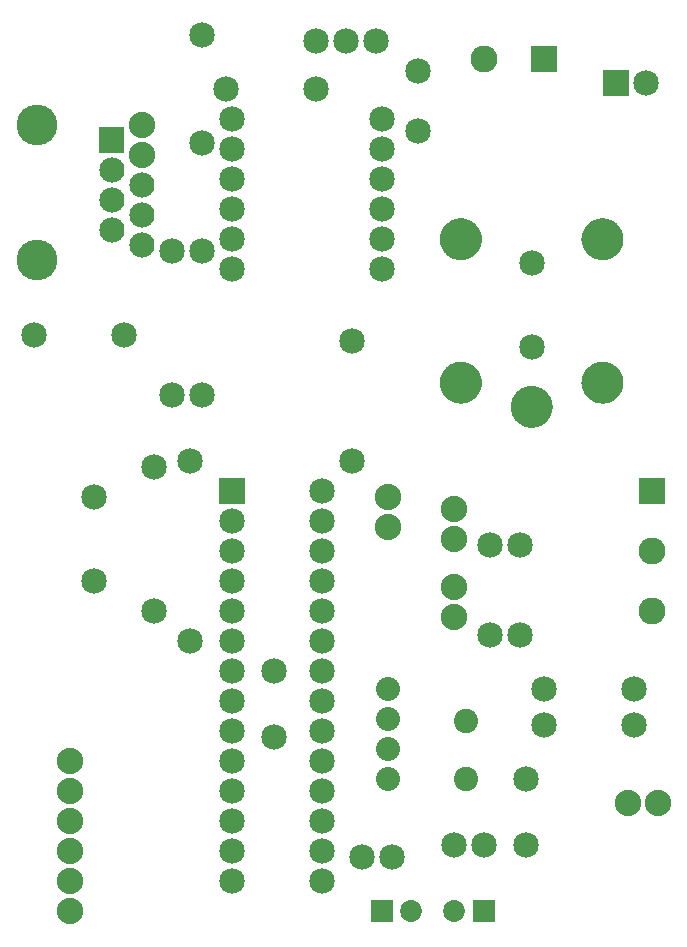
<source format=gts>
G04 MADE WITH FRITZING*
G04 WWW.FRITZING.ORG*
G04 DOUBLE SIDED*
G04 HOLES PLATED*
G04 CONTOUR ON CENTER OF CONTOUR VECTOR*
%ASAXBY*%
%FSLAX23Y23*%
%MOIN*%
%OFA0B0*%
%SFA1.0B1.0*%
%ADD10C,0.085000*%
%ADD11C,0.084000*%
%ADD12C,0.135984*%
%ADD13C,0.088000*%
%ADD14C,0.090000*%
%ADD15C,0.080925*%
%ADD16C,0.080866*%
%ADD17C,0.080000*%
%ADD18C,0.072992*%
%ADD19R,0.090000X0.090000*%
%ADD20R,0.085000X0.085000*%
%ADD21R,0.072992X0.072992*%
%ADD22R,0.001000X0.001000*%
%LNMASK1*%
G90*
G70*
G54D10*
X742Y2823D03*
X1242Y2823D03*
X742Y2323D03*
X1242Y2323D03*
X742Y2423D03*
X1242Y2423D03*
X742Y2523D03*
X1242Y2523D03*
X742Y2623D03*
X1242Y2623D03*
X742Y2723D03*
X1242Y2723D03*
G54D11*
X442Y2403D03*
X342Y2453D03*
X442Y2503D03*
X442Y2603D03*
X442Y2703D03*
X342Y2553D03*
X342Y2653D03*
X342Y2753D03*
G54D12*
X92Y2803D03*
X92Y2353D03*
G54D13*
X442Y2803D03*
X442Y2703D03*
G54D10*
X602Y1683D03*
X602Y1083D03*
X482Y1663D03*
X482Y1183D03*
X282Y1563D03*
X282Y1283D03*
X642Y3103D03*
X642Y2743D03*
X542Y2383D03*
X542Y1903D03*
X642Y2383D03*
X642Y1903D03*
X82Y2103D03*
X382Y2103D03*
X1022Y3083D03*
X1122Y3083D03*
X1222Y3083D03*
G54D14*
X1782Y3023D03*
X1582Y3023D03*
G54D10*
X1722Y623D03*
X1722Y403D03*
X882Y983D03*
X882Y763D03*
X1362Y2983D03*
X1362Y2783D03*
G54D13*
X202Y183D03*
X202Y283D03*
X202Y383D03*
X202Y483D03*
X202Y583D03*
X202Y683D03*
G54D15*
X1522Y623D03*
G54D16*
X1522Y816D03*
G54D17*
X1262Y723D03*
X1262Y623D03*
X1262Y923D03*
X1262Y823D03*
G54D10*
X2022Y2943D03*
X2122Y2943D03*
G54D18*
X1242Y183D03*
X1341Y183D03*
G54D10*
X1277Y363D03*
X1177Y363D03*
X1582Y403D03*
X1482Y403D03*
X1602Y1403D03*
X1602Y1103D03*
X1702Y1403D03*
X1702Y1103D03*
X1142Y2083D03*
X1142Y1683D03*
X722Y2923D03*
X1022Y2923D03*
G54D14*
X2142Y1583D03*
X2142Y1383D03*
X2142Y1183D03*
G54D18*
X1582Y183D03*
X1484Y183D03*
G54D10*
X742Y1583D03*
X1042Y1583D03*
X742Y1483D03*
X1042Y1483D03*
X742Y1383D03*
X1042Y1383D03*
X742Y1283D03*
X1042Y1283D03*
X742Y1183D03*
X1042Y1183D03*
X742Y1083D03*
X1042Y1083D03*
X742Y983D03*
X1042Y983D03*
X742Y883D03*
X1042Y883D03*
X742Y783D03*
X1042Y783D03*
X742Y683D03*
X1042Y683D03*
X742Y583D03*
X1042Y583D03*
X742Y483D03*
X1042Y483D03*
X742Y383D03*
X1042Y383D03*
X742Y283D03*
X1042Y283D03*
G54D13*
X1482Y1263D03*
X1482Y1163D03*
X1482Y1523D03*
X1482Y1423D03*
G54D10*
X1742Y2343D03*
X1742Y2063D03*
G54D13*
X1262Y1563D03*
X1262Y1463D03*
X2162Y543D03*
X2062Y543D03*
G54D10*
X1782Y803D03*
X2082Y803D03*
X1782Y923D03*
X2082Y923D03*
G54D19*
X1782Y3023D03*
G54D20*
X2022Y2943D03*
G54D21*
X1242Y183D03*
G54D19*
X2142Y1583D03*
G54D21*
X1582Y183D03*
G54D20*
X742Y1583D03*
G54D22*
X300Y2795D02*
X383Y2795D01*
X300Y2794D02*
X383Y2794D01*
X300Y2793D02*
X383Y2793D01*
X300Y2792D02*
X383Y2792D01*
X300Y2791D02*
X383Y2791D01*
X300Y2790D02*
X383Y2790D01*
X300Y2789D02*
X383Y2789D01*
X300Y2788D02*
X383Y2788D01*
X300Y2787D02*
X383Y2787D01*
X300Y2786D02*
X383Y2786D01*
X300Y2785D02*
X383Y2785D01*
X300Y2784D02*
X383Y2784D01*
X300Y2783D02*
X383Y2783D01*
X300Y2782D02*
X383Y2782D01*
X300Y2781D02*
X383Y2781D01*
X300Y2780D02*
X383Y2780D01*
X300Y2779D02*
X383Y2779D01*
X300Y2778D02*
X383Y2778D01*
X300Y2777D02*
X383Y2777D01*
X300Y2776D02*
X383Y2776D01*
X300Y2775D02*
X383Y2775D01*
X300Y2774D02*
X383Y2774D01*
X300Y2773D02*
X383Y2773D01*
X300Y2772D02*
X383Y2772D01*
X300Y2771D02*
X383Y2771D01*
X300Y2770D02*
X383Y2770D01*
X300Y2769D02*
X383Y2769D01*
X300Y2768D02*
X338Y2768D01*
X345Y2768D02*
X383Y2768D01*
X300Y2767D02*
X335Y2767D01*
X348Y2767D02*
X383Y2767D01*
X300Y2766D02*
X333Y2766D01*
X350Y2766D02*
X383Y2766D01*
X300Y2765D02*
X332Y2765D01*
X351Y2765D02*
X383Y2765D01*
X300Y2764D02*
X331Y2764D01*
X353Y2764D02*
X383Y2764D01*
X300Y2763D02*
X330Y2763D01*
X353Y2763D02*
X383Y2763D01*
X300Y2762D02*
X329Y2762D01*
X354Y2762D02*
X383Y2762D01*
X300Y2761D02*
X328Y2761D01*
X355Y2761D02*
X383Y2761D01*
X300Y2760D02*
X328Y2760D01*
X355Y2760D02*
X383Y2760D01*
X300Y2759D02*
X327Y2759D01*
X356Y2759D02*
X383Y2759D01*
X300Y2758D02*
X327Y2758D01*
X356Y2758D02*
X383Y2758D01*
X300Y2757D02*
X327Y2757D01*
X357Y2757D02*
X383Y2757D01*
X300Y2756D02*
X327Y2756D01*
X357Y2756D02*
X383Y2756D01*
X300Y2755D02*
X327Y2755D01*
X357Y2755D02*
X383Y2755D01*
X300Y2754D02*
X327Y2754D01*
X357Y2754D02*
X383Y2754D01*
X300Y2753D02*
X327Y2753D01*
X357Y2753D02*
X383Y2753D01*
X300Y2752D02*
X327Y2752D01*
X357Y2752D02*
X383Y2752D01*
X300Y2751D02*
X327Y2751D01*
X357Y2751D02*
X383Y2751D01*
X300Y2750D02*
X327Y2750D01*
X356Y2750D02*
X383Y2750D01*
X300Y2749D02*
X327Y2749D01*
X356Y2749D02*
X383Y2749D01*
X300Y2748D02*
X328Y2748D01*
X356Y2748D02*
X383Y2748D01*
X300Y2747D02*
X328Y2747D01*
X355Y2747D02*
X383Y2747D01*
X300Y2746D02*
X329Y2746D01*
X355Y2746D02*
X383Y2746D01*
X300Y2745D02*
X329Y2745D01*
X354Y2745D02*
X383Y2745D01*
X300Y2744D02*
X330Y2744D01*
X353Y2744D02*
X383Y2744D01*
X300Y2743D02*
X331Y2743D01*
X352Y2743D02*
X383Y2743D01*
X300Y2742D02*
X332Y2742D01*
X351Y2742D02*
X383Y2742D01*
X300Y2741D02*
X334Y2741D01*
X350Y2741D02*
X383Y2741D01*
X300Y2740D02*
X336Y2740D01*
X348Y2740D02*
X383Y2740D01*
X300Y2739D02*
X340Y2739D01*
X343Y2739D02*
X383Y2739D01*
X300Y2738D02*
X383Y2738D01*
X300Y2737D02*
X383Y2737D01*
X300Y2736D02*
X383Y2736D01*
X300Y2735D02*
X383Y2735D01*
X300Y2734D02*
X383Y2734D01*
X300Y2733D02*
X383Y2733D01*
X300Y2732D02*
X383Y2732D01*
X300Y2731D02*
X383Y2731D01*
X300Y2730D02*
X383Y2730D01*
X300Y2729D02*
X383Y2729D01*
X300Y2728D02*
X383Y2728D01*
X300Y2727D02*
X383Y2727D01*
X300Y2726D02*
X383Y2726D01*
X300Y2725D02*
X383Y2725D01*
X300Y2724D02*
X383Y2724D01*
X300Y2723D02*
X383Y2723D01*
X300Y2722D02*
X383Y2722D01*
X300Y2721D02*
X383Y2721D01*
X300Y2720D02*
X383Y2720D01*
X300Y2719D02*
X383Y2719D01*
X300Y2718D02*
X383Y2718D01*
X300Y2717D02*
X383Y2717D01*
X300Y2716D02*
X383Y2716D01*
X300Y2715D02*
X383Y2715D01*
X300Y2714D02*
X383Y2714D01*
X300Y2713D02*
X383Y2713D01*
X300Y2712D02*
X383Y2712D01*
X1497Y2492D02*
X1514Y2492D01*
X1969Y2492D02*
X1986Y2492D01*
X1491Y2491D02*
X1520Y2491D01*
X1964Y2491D02*
X1992Y2491D01*
X1487Y2490D02*
X1523Y2490D01*
X1960Y2490D02*
X1996Y2490D01*
X1484Y2489D02*
X1527Y2489D01*
X1956Y2489D02*
X1999Y2489D01*
X1481Y2488D02*
X1530Y2488D01*
X1953Y2488D02*
X2002Y2488D01*
X1478Y2487D02*
X1532Y2487D01*
X1951Y2487D02*
X2005Y2487D01*
X1476Y2486D02*
X1535Y2486D01*
X1949Y2486D02*
X2007Y2486D01*
X1474Y2485D02*
X1537Y2485D01*
X1947Y2485D02*
X2009Y2485D01*
X1472Y2484D02*
X1538Y2484D01*
X1945Y2484D02*
X2011Y2484D01*
X1471Y2483D02*
X1540Y2483D01*
X1943Y2483D02*
X2012Y2483D01*
X1469Y2482D02*
X1542Y2482D01*
X1941Y2482D02*
X2014Y2482D01*
X1467Y2481D02*
X1543Y2481D01*
X1940Y2481D02*
X2016Y2481D01*
X1466Y2480D02*
X1545Y2480D01*
X1938Y2480D02*
X2017Y2480D01*
X1465Y2479D02*
X1546Y2479D01*
X1937Y2479D02*
X2019Y2479D01*
X1463Y2478D02*
X1547Y2478D01*
X1936Y2478D02*
X2020Y2478D01*
X1462Y2477D02*
X1549Y2477D01*
X1934Y2477D02*
X2021Y2477D01*
X1461Y2476D02*
X1550Y2476D01*
X1933Y2476D02*
X2022Y2476D01*
X1460Y2475D02*
X1551Y2475D01*
X1932Y2475D02*
X2024Y2475D01*
X1458Y2474D02*
X1552Y2474D01*
X1931Y2474D02*
X2025Y2474D01*
X1457Y2473D02*
X1553Y2473D01*
X1930Y2473D02*
X2026Y2473D01*
X1456Y2472D02*
X1555Y2472D01*
X1929Y2472D02*
X2027Y2472D01*
X1455Y2471D02*
X1555Y2471D01*
X1928Y2471D02*
X2028Y2471D01*
X1454Y2470D02*
X1556Y2470D01*
X1927Y2470D02*
X2029Y2470D01*
X1454Y2469D02*
X1557Y2469D01*
X1926Y2469D02*
X2030Y2469D01*
X1453Y2468D02*
X1558Y2468D01*
X1925Y2468D02*
X2030Y2468D01*
X1452Y2467D02*
X1559Y2467D01*
X1924Y2467D02*
X2031Y2467D01*
X1451Y2466D02*
X1560Y2466D01*
X1923Y2466D02*
X2032Y2466D01*
X1450Y2465D02*
X1560Y2465D01*
X1923Y2465D02*
X2033Y2465D01*
X1450Y2464D02*
X1561Y2464D01*
X1922Y2464D02*
X2033Y2464D01*
X1449Y2463D02*
X1562Y2463D01*
X1921Y2463D02*
X2034Y2463D01*
X1448Y2462D02*
X1563Y2462D01*
X1920Y2462D02*
X2035Y2462D01*
X1447Y2461D02*
X1563Y2461D01*
X1920Y2461D02*
X2036Y2461D01*
X1447Y2460D02*
X1564Y2460D01*
X1919Y2460D02*
X2036Y2460D01*
X1446Y2459D02*
X1564Y2459D01*
X1919Y2459D02*
X2037Y2459D01*
X1446Y2458D02*
X1565Y2458D01*
X1918Y2458D02*
X2037Y2458D01*
X1445Y2457D02*
X1566Y2457D01*
X1917Y2457D02*
X2038Y2457D01*
X1444Y2456D02*
X1566Y2456D01*
X1917Y2456D02*
X2039Y2456D01*
X1444Y2455D02*
X1567Y2455D01*
X1916Y2455D02*
X2039Y2455D01*
X1443Y2454D02*
X1567Y2454D01*
X1916Y2454D02*
X2040Y2454D01*
X1443Y2453D02*
X1568Y2453D01*
X1915Y2453D02*
X2040Y2453D01*
X1442Y2452D02*
X1568Y2452D01*
X1915Y2452D02*
X2041Y2452D01*
X1442Y2451D02*
X1569Y2451D01*
X1914Y2451D02*
X2041Y2451D01*
X1441Y2450D02*
X1569Y2450D01*
X1914Y2450D02*
X2042Y2450D01*
X1441Y2449D02*
X1570Y2449D01*
X1913Y2449D02*
X2042Y2449D01*
X1441Y2448D02*
X1570Y2448D01*
X1913Y2448D02*
X2042Y2448D01*
X1440Y2447D02*
X1570Y2447D01*
X1913Y2447D02*
X2043Y2447D01*
X1440Y2446D02*
X1571Y2446D01*
X1912Y2446D02*
X2043Y2446D01*
X1440Y2445D02*
X1571Y2445D01*
X1912Y2445D02*
X2043Y2445D01*
X1439Y2444D02*
X1571Y2444D01*
X1912Y2444D02*
X2044Y2444D01*
X1439Y2443D02*
X1572Y2443D01*
X1911Y2443D02*
X2044Y2443D01*
X1439Y2442D02*
X1572Y2442D01*
X1911Y2442D02*
X2044Y2442D01*
X1439Y2441D02*
X1572Y2441D01*
X1911Y2441D02*
X2045Y2441D01*
X1438Y2440D02*
X1572Y2440D01*
X1911Y2440D02*
X2045Y2440D01*
X1438Y2439D02*
X1573Y2439D01*
X1910Y2439D02*
X2045Y2439D01*
X1438Y2438D02*
X1573Y2438D01*
X1910Y2438D02*
X2045Y2438D01*
X1438Y2437D02*
X1573Y2437D01*
X1910Y2437D02*
X2046Y2437D01*
X1437Y2436D02*
X1573Y2436D01*
X1910Y2436D02*
X2046Y2436D01*
X1437Y2435D02*
X1574Y2435D01*
X1910Y2435D02*
X2046Y2435D01*
X1437Y2434D02*
X1574Y2434D01*
X1909Y2434D02*
X2046Y2434D01*
X1437Y2433D02*
X1574Y2433D01*
X1909Y2433D02*
X2046Y2433D01*
X1437Y2432D02*
X1574Y2432D01*
X1909Y2432D02*
X2046Y2432D01*
X1437Y2431D02*
X1574Y2431D01*
X1909Y2431D02*
X2047Y2431D01*
X1436Y2430D02*
X1574Y2430D01*
X1909Y2430D02*
X2047Y2430D01*
X1436Y2429D02*
X1574Y2429D01*
X1909Y2429D02*
X2047Y2429D01*
X1436Y2428D02*
X1574Y2428D01*
X1909Y2428D02*
X2047Y2428D01*
X1436Y2427D02*
X1575Y2427D01*
X1909Y2427D02*
X2047Y2427D01*
X1436Y2426D02*
X1575Y2426D01*
X1908Y2426D02*
X2047Y2426D01*
X1436Y2425D02*
X1575Y2425D01*
X1908Y2425D02*
X2047Y2425D01*
X1436Y2424D02*
X1575Y2424D01*
X1908Y2424D02*
X2047Y2424D01*
X1436Y2423D02*
X1575Y2423D01*
X1908Y2423D02*
X2047Y2423D01*
X1436Y2422D02*
X1575Y2422D01*
X1908Y2422D02*
X2047Y2422D01*
X1436Y2421D02*
X1575Y2421D01*
X1908Y2421D02*
X2047Y2421D01*
X1436Y2420D02*
X1575Y2420D01*
X1908Y2420D02*
X2047Y2420D01*
X1436Y2419D02*
X1575Y2419D01*
X1908Y2419D02*
X2047Y2419D01*
X1436Y2418D02*
X1575Y2418D01*
X1909Y2418D02*
X2047Y2418D01*
X1436Y2417D02*
X1574Y2417D01*
X1909Y2417D02*
X2047Y2417D01*
X1436Y2416D02*
X1574Y2416D01*
X1909Y2416D02*
X2047Y2416D01*
X1436Y2415D02*
X1574Y2415D01*
X1909Y2415D02*
X2047Y2415D01*
X1437Y2414D02*
X1574Y2414D01*
X1909Y2414D02*
X2046Y2414D01*
X1437Y2413D02*
X1574Y2413D01*
X1909Y2413D02*
X2046Y2413D01*
X1437Y2412D02*
X1574Y2412D01*
X1909Y2412D02*
X2046Y2412D01*
X1437Y2411D02*
X1574Y2411D01*
X1909Y2411D02*
X2046Y2411D01*
X1437Y2410D02*
X1573Y2410D01*
X1910Y2410D02*
X2046Y2410D01*
X1437Y2409D02*
X1573Y2409D01*
X1910Y2409D02*
X2046Y2409D01*
X1438Y2408D02*
X1573Y2408D01*
X1910Y2408D02*
X2045Y2408D01*
X1438Y2407D02*
X1573Y2407D01*
X1910Y2407D02*
X2045Y2407D01*
X1438Y2406D02*
X1573Y2406D01*
X1910Y2406D02*
X2045Y2406D01*
X1438Y2405D02*
X1572Y2405D01*
X1911Y2405D02*
X2045Y2405D01*
X1439Y2404D02*
X1572Y2404D01*
X1911Y2404D02*
X2044Y2404D01*
X1439Y2403D02*
X1572Y2403D01*
X1911Y2403D02*
X2044Y2403D01*
X1439Y2402D02*
X1572Y2402D01*
X1912Y2402D02*
X2044Y2402D01*
X1439Y2401D02*
X1571Y2401D01*
X1912Y2401D02*
X2044Y2401D01*
X1440Y2400D02*
X1571Y2400D01*
X1912Y2400D02*
X2043Y2400D01*
X1440Y2399D02*
X1571Y2399D01*
X1913Y2399D02*
X2043Y2399D01*
X1441Y2398D02*
X1570Y2398D01*
X1913Y2398D02*
X2043Y2398D01*
X1441Y2397D02*
X1570Y2397D01*
X1913Y2397D02*
X2042Y2397D01*
X1441Y2396D02*
X1569Y2396D01*
X1914Y2396D02*
X2042Y2396D01*
X1442Y2395D02*
X1569Y2395D01*
X1914Y2395D02*
X2041Y2395D01*
X1442Y2394D02*
X1569Y2394D01*
X1915Y2394D02*
X2041Y2394D01*
X1443Y2393D02*
X1568Y2393D01*
X1915Y2393D02*
X2040Y2393D01*
X1443Y2392D02*
X1568Y2392D01*
X1916Y2392D02*
X2040Y2392D01*
X1444Y2391D02*
X1567Y2391D01*
X1916Y2391D02*
X2039Y2391D01*
X1444Y2390D02*
X1567Y2390D01*
X1916Y2390D02*
X2039Y2390D01*
X1445Y2389D02*
X1566Y2389D01*
X1917Y2389D02*
X2038Y2389D01*
X1445Y2388D02*
X1565Y2388D01*
X1918Y2388D02*
X2038Y2388D01*
X1446Y2387D02*
X1565Y2387D01*
X1918Y2387D02*
X2037Y2387D01*
X1447Y2386D02*
X1564Y2386D01*
X1919Y2386D02*
X2037Y2386D01*
X1447Y2385D02*
X1564Y2385D01*
X1920Y2385D02*
X2036Y2385D01*
X1448Y2384D02*
X1563Y2384D01*
X1920Y2384D02*
X2035Y2384D01*
X1448Y2383D02*
X1562Y2383D01*
X1921Y2383D02*
X2035Y2383D01*
X1449Y2382D02*
X1562Y2382D01*
X1922Y2382D02*
X2034Y2382D01*
X1450Y2381D02*
X1561Y2381D01*
X1922Y2381D02*
X2033Y2381D01*
X1451Y2380D02*
X1560Y2380D01*
X1923Y2380D02*
X2032Y2380D01*
X1451Y2379D02*
X1559Y2379D01*
X1924Y2379D02*
X2032Y2379D01*
X1452Y2378D02*
X1559Y2378D01*
X1925Y2378D02*
X2031Y2378D01*
X1453Y2377D02*
X1558Y2377D01*
X1925Y2377D02*
X2030Y2377D01*
X1454Y2376D02*
X1557Y2376D01*
X1926Y2376D02*
X2029Y2376D01*
X1455Y2375D02*
X1556Y2375D01*
X1927Y2375D02*
X2028Y2375D01*
X1456Y2374D02*
X1555Y2374D01*
X1928Y2374D02*
X2027Y2374D01*
X1457Y2373D02*
X1554Y2373D01*
X1929Y2373D02*
X2026Y2373D01*
X1458Y2372D02*
X1553Y2372D01*
X1930Y2372D02*
X2025Y2372D01*
X1459Y2371D02*
X1552Y2371D01*
X1931Y2371D02*
X2024Y2371D01*
X1460Y2370D02*
X1551Y2370D01*
X1932Y2370D02*
X2023Y2370D01*
X1461Y2369D02*
X1549Y2369D01*
X1934Y2369D02*
X2022Y2369D01*
X1463Y2368D02*
X1548Y2368D01*
X1935Y2368D02*
X2021Y2368D01*
X1464Y2367D02*
X1547Y2367D01*
X1936Y2367D02*
X2019Y2367D01*
X1465Y2366D02*
X1545Y2366D01*
X1938Y2366D02*
X2018Y2366D01*
X1467Y2365D02*
X1544Y2365D01*
X1939Y2365D02*
X2016Y2365D01*
X1468Y2364D02*
X1542Y2364D01*
X1941Y2364D02*
X2015Y2364D01*
X1470Y2363D02*
X1541Y2363D01*
X1942Y2363D02*
X2013Y2363D01*
X1471Y2362D02*
X1539Y2362D01*
X1944Y2362D02*
X2012Y2362D01*
X1473Y2361D02*
X1538Y2361D01*
X1946Y2361D02*
X2010Y2361D01*
X1475Y2360D02*
X1536Y2360D01*
X1948Y2360D02*
X2008Y2360D01*
X1477Y2359D02*
X1533Y2359D01*
X1950Y2359D02*
X2006Y2359D01*
X1480Y2358D02*
X1531Y2358D01*
X1952Y2358D02*
X2004Y2358D01*
X1482Y2357D02*
X1528Y2357D01*
X1955Y2357D02*
X2001Y2357D01*
X1485Y2356D02*
X1525Y2356D01*
X1958Y2356D02*
X1998Y2356D01*
X1489Y2355D02*
X1521Y2355D01*
X1962Y2355D02*
X1994Y2355D01*
X1494Y2354D02*
X1517Y2354D01*
X1966Y2354D02*
X1989Y2354D01*
X1503Y2353D02*
X1508Y2353D01*
X1975Y2353D02*
X1980Y2353D01*
X1499Y2014D02*
X1512Y2014D01*
X1971Y2014D02*
X1984Y2014D01*
X1492Y2013D02*
X1518Y2013D01*
X1965Y2013D02*
X1991Y2013D01*
X1488Y2012D02*
X1523Y2012D01*
X1960Y2012D02*
X1995Y2012D01*
X1484Y2011D02*
X1526Y2011D01*
X1957Y2011D02*
X1999Y2011D01*
X1482Y2010D02*
X1529Y2010D01*
X1954Y2010D02*
X2002Y2010D01*
X1479Y2009D02*
X1532Y2009D01*
X1951Y2009D02*
X2004Y2009D01*
X1477Y2008D02*
X1534Y2008D01*
X1949Y2008D02*
X2006Y2008D01*
X1475Y2007D02*
X1536Y2007D01*
X1947Y2007D02*
X2008Y2007D01*
X1473Y2006D02*
X1538Y2006D01*
X1945Y2006D02*
X2010Y2006D01*
X1471Y2005D02*
X1540Y2005D01*
X1943Y2005D02*
X2012Y2005D01*
X1469Y2004D02*
X1541Y2004D01*
X1942Y2004D02*
X2014Y2004D01*
X1468Y2003D02*
X1543Y2003D01*
X1940Y2003D02*
X2015Y2003D01*
X1466Y2002D02*
X1544Y2002D01*
X1939Y2002D02*
X2017Y2002D01*
X1465Y2001D02*
X1546Y2001D01*
X1937Y2001D02*
X2018Y2001D01*
X1464Y2000D02*
X1547Y2000D01*
X1936Y2000D02*
X2020Y2000D01*
X1462Y1999D02*
X1549Y1999D01*
X1935Y1999D02*
X2021Y1999D01*
X1461Y1998D02*
X1550Y1998D01*
X1933Y1998D02*
X2022Y1998D01*
X1460Y1997D02*
X1551Y1997D01*
X1932Y1997D02*
X2023Y1997D01*
X1459Y1996D02*
X1552Y1996D01*
X1931Y1996D02*
X2024Y1996D01*
X1458Y1995D02*
X1553Y1995D01*
X1930Y1995D02*
X2026Y1995D01*
X1456Y1994D02*
X1554Y1994D01*
X1929Y1994D02*
X2027Y1994D01*
X1456Y1993D02*
X1555Y1993D01*
X1928Y1993D02*
X2028Y1993D01*
X1455Y1992D02*
X1556Y1992D01*
X1927Y1992D02*
X2028Y1992D01*
X1454Y1991D02*
X1557Y1991D01*
X1926Y1991D02*
X2029Y1991D01*
X1453Y1990D02*
X1558Y1990D01*
X1925Y1990D02*
X2030Y1990D01*
X1452Y1989D02*
X1559Y1989D01*
X1924Y1989D02*
X2031Y1989D01*
X1451Y1988D02*
X1559Y1988D01*
X1924Y1988D02*
X2032Y1988D01*
X1450Y1987D02*
X1560Y1987D01*
X1923Y1987D02*
X2033Y1987D01*
X1450Y1986D02*
X1561Y1986D01*
X1922Y1986D02*
X2033Y1986D01*
X1449Y1985D02*
X1562Y1985D01*
X1921Y1985D02*
X2034Y1985D01*
X1448Y1984D02*
X1562Y1984D01*
X1921Y1984D02*
X2035Y1984D01*
X1448Y1983D02*
X1563Y1983D01*
X1920Y1983D02*
X2035Y1983D01*
X1447Y1982D02*
X1564Y1982D01*
X1919Y1982D02*
X2036Y1982D01*
X1446Y1981D02*
X1564Y1981D01*
X1919Y1981D02*
X2037Y1981D01*
X1446Y1980D02*
X1565Y1980D01*
X1918Y1980D02*
X2037Y1980D01*
X1445Y1979D02*
X1566Y1979D01*
X1918Y1979D02*
X2038Y1979D01*
X1445Y1978D02*
X1566Y1978D01*
X1917Y1978D02*
X2039Y1978D01*
X1444Y1977D02*
X1567Y1977D01*
X1916Y1977D02*
X2039Y1977D01*
X1444Y1976D02*
X1567Y1976D01*
X1916Y1976D02*
X2040Y1976D01*
X1443Y1975D02*
X1568Y1975D01*
X1915Y1975D02*
X2040Y1975D01*
X1443Y1974D02*
X1568Y1974D01*
X1915Y1974D02*
X2041Y1974D01*
X1442Y1973D02*
X1569Y1973D01*
X1914Y1973D02*
X2041Y1973D01*
X1442Y1972D02*
X1569Y1972D01*
X1914Y1972D02*
X2042Y1972D01*
X1441Y1971D02*
X1570Y1971D01*
X1914Y1971D02*
X2042Y1971D01*
X1441Y1970D02*
X1570Y1970D01*
X1913Y1970D02*
X2042Y1970D01*
X1440Y1969D02*
X1570Y1969D01*
X1913Y1969D02*
X2043Y1969D01*
X1440Y1968D02*
X1571Y1968D01*
X1912Y1968D02*
X2043Y1968D01*
X1440Y1967D02*
X1571Y1967D01*
X1912Y1967D02*
X2043Y1967D01*
X1439Y1966D02*
X1571Y1966D01*
X1912Y1966D02*
X2044Y1966D01*
X1439Y1965D02*
X1572Y1965D01*
X1911Y1965D02*
X2044Y1965D01*
X1439Y1964D02*
X1572Y1964D01*
X1911Y1964D02*
X2044Y1964D01*
X1439Y1963D02*
X1572Y1963D01*
X1911Y1963D02*
X2045Y1963D01*
X1438Y1962D02*
X1572Y1962D01*
X1911Y1962D02*
X2045Y1962D01*
X1438Y1961D02*
X1573Y1961D01*
X1910Y1961D02*
X2045Y1961D01*
X1438Y1960D02*
X1573Y1960D01*
X1910Y1960D02*
X2045Y1960D01*
X1438Y1959D02*
X1573Y1959D01*
X1910Y1959D02*
X2046Y1959D01*
X1437Y1958D02*
X1573Y1958D01*
X1910Y1958D02*
X2046Y1958D01*
X1437Y1957D02*
X1574Y1957D01*
X1910Y1957D02*
X2046Y1957D01*
X1437Y1956D02*
X1574Y1956D01*
X1909Y1956D02*
X2046Y1956D01*
X1437Y1955D02*
X1574Y1955D01*
X1909Y1955D02*
X2046Y1955D01*
X1437Y1954D02*
X1574Y1954D01*
X1909Y1954D02*
X2046Y1954D01*
X1437Y1953D02*
X1574Y1953D01*
X1909Y1953D02*
X2047Y1953D01*
X1436Y1952D02*
X1574Y1952D01*
X1909Y1952D02*
X2047Y1952D01*
X1436Y1951D02*
X1574Y1951D01*
X1909Y1951D02*
X2047Y1951D01*
X1436Y1950D02*
X1574Y1950D01*
X1909Y1950D02*
X2047Y1950D01*
X1436Y1949D02*
X1575Y1949D01*
X1909Y1949D02*
X2047Y1949D01*
X1436Y1948D02*
X1575Y1948D01*
X1908Y1948D02*
X2047Y1948D01*
X1436Y1947D02*
X1575Y1947D01*
X1908Y1947D02*
X2047Y1947D01*
X1436Y1946D02*
X1575Y1946D01*
X1908Y1946D02*
X2047Y1946D01*
X1436Y1945D02*
X1575Y1945D01*
X1908Y1945D02*
X2047Y1945D01*
X1436Y1944D02*
X1575Y1944D01*
X1908Y1944D02*
X2047Y1944D01*
X1436Y1943D02*
X1575Y1943D01*
X1908Y1943D02*
X2047Y1943D01*
X1436Y1942D02*
X1575Y1942D01*
X1908Y1942D02*
X2047Y1942D01*
X1436Y1941D02*
X1575Y1941D01*
X1908Y1941D02*
X2047Y1941D01*
X1436Y1940D02*
X1575Y1940D01*
X1909Y1940D02*
X2047Y1940D01*
X1436Y1939D02*
X1574Y1939D01*
X1909Y1939D02*
X2047Y1939D01*
X1436Y1938D02*
X1574Y1938D01*
X1909Y1938D02*
X2047Y1938D01*
X1436Y1937D02*
X1574Y1937D01*
X1909Y1937D02*
X2047Y1937D01*
X1437Y1936D02*
X1574Y1936D01*
X1909Y1936D02*
X2046Y1936D01*
X1437Y1935D02*
X1574Y1935D01*
X1909Y1935D02*
X2046Y1935D01*
X1437Y1934D02*
X1574Y1934D01*
X1909Y1934D02*
X2046Y1934D01*
X1437Y1933D02*
X1574Y1933D01*
X1733Y1933D02*
X1750Y1933D01*
X1909Y1933D02*
X2046Y1933D01*
X1437Y1932D02*
X1574Y1932D01*
X1727Y1932D02*
X1756Y1932D01*
X1910Y1932D02*
X2046Y1932D01*
X1437Y1931D02*
X1573Y1931D01*
X1723Y1931D02*
X1760Y1931D01*
X1910Y1931D02*
X2046Y1931D01*
X1438Y1930D02*
X1573Y1930D01*
X1720Y1930D02*
X1763Y1930D01*
X1910Y1930D02*
X2046Y1930D01*
X1438Y1929D02*
X1573Y1929D01*
X1717Y1929D02*
X1766Y1929D01*
X1910Y1929D02*
X2045Y1929D01*
X1438Y1928D02*
X1573Y1928D01*
X1714Y1928D02*
X1769Y1928D01*
X1910Y1928D02*
X2045Y1928D01*
X1438Y1927D02*
X1572Y1927D01*
X1712Y1927D02*
X1771Y1927D01*
X1911Y1927D02*
X2045Y1927D01*
X1439Y1926D02*
X1572Y1926D01*
X1710Y1926D02*
X1773Y1926D01*
X1911Y1926D02*
X2045Y1926D01*
X1439Y1925D02*
X1572Y1925D01*
X1708Y1925D02*
X1775Y1925D01*
X1911Y1925D02*
X2044Y1925D01*
X1439Y1924D02*
X1572Y1924D01*
X1707Y1924D02*
X1776Y1924D01*
X1911Y1924D02*
X2044Y1924D01*
X1439Y1923D02*
X1571Y1923D01*
X1705Y1923D02*
X1778Y1923D01*
X1912Y1923D02*
X2044Y1923D01*
X1440Y1922D02*
X1571Y1922D01*
X1703Y1922D02*
X1780Y1922D01*
X1912Y1922D02*
X2043Y1922D01*
X1440Y1921D02*
X1571Y1921D01*
X1702Y1921D02*
X1781Y1921D01*
X1912Y1921D02*
X2043Y1921D01*
X1440Y1920D02*
X1570Y1920D01*
X1701Y1920D02*
X1782Y1920D01*
X1913Y1920D02*
X2043Y1920D01*
X1441Y1919D02*
X1570Y1919D01*
X1699Y1919D02*
X1784Y1919D01*
X1913Y1919D02*
X2042Y1919D01*
X1441Y1918D02*
X1570Y1918D01*
X1698Y1918D02*
X1785Y1918D01*
X1914Y1918D02*
X2042Y1918D01*
X1442Y1917D02*
X1569Y1917D01*
X1697Y1917D02*
X1786Y1917D01*
X1914Y1917D02*
X2042Y1917D01*
X1442Y1916D02*
X1569Y1916D01*
X1696Y1916D02*
X1787Y1916D01*
X1914Y1916D02*
X2041Y1916D01*
X1443Y1915D02*
X1568Y1915D01*
X1694Y1915D02*
X1789Y1915D01*
X1915Y1915D02*
X2041Y1915D01*
X1443Y1914D02*
X1568Y1914D01*
X1693Y1914D02*
X1790Y1914D01*
X1915Y1914D02*
X2040Y1914D01*
X1444Y1913D02*
X1567Y1913D01*
X1692Y1913D02*
X1791Y1913D01*
X1916Y1913D02*
X2040Y1913D01*
X1444Y1912D02*
X1567Y1912D01*
X1691Y1912D02*
X1792Y1912D01*
X1916Y1912D02*
X2039Y1912D01*
X1445Y1911D02*
X1566Y1911D01*
X1691Y1911D02*
X1793Y1911D01*
X1917Y1911D02*
X2039Y1911D01*
X1445Y1910D02*
X1566Y1910D01*
X1690Y1910D02*
X1793Y1910D01*
X1918Y1910D02*
X2038Y1910D01*
X1446Y1909D02*
X1565Y1909D01*
X1689Y1909D02*
X1794Y1909D01*
X1918Y1909D02*
X2037Y1909D01*
X1446Y1908D02*
X1564Y1908D01*
X1688Y1908D02*
X1795Y1908D01*
X1919Y1908D02*
X2037Y1908D01*
X1447Y1907D02*
X1564Y1907D01*
X1687Y1907D02*
X1796Y1907D01*
X1919Y1907D02*
X2036Y1907D01*
X1448Y1906D02*
X1563Y1906D01*
X1686Y1906D02*
X1797Y1906D01*
X1920Y1906D02*
X2035Y1906D01*
X1448Y1905D02*
X1562Y1905D01*
X1686Y1905D02*
X1797Y1905D01*
X1921Y1905D02*
X2035Y1905D01*
X1449Y1904D02*
X1562Y1904D01*
X1685Y1904D02*
X1798Y1904D01*
X1921Y1904D02*
X2034Y1904D01*
X1450Y1903D02*
X1561Y1903D01*
X1684Y1903D02*
X1799Y1903D01*
X1922Y1903D02*
X2033Y1903D01*
X1451Y1902D02*
X1560Y1902D01*
X1684Y1902D02*
X1799Y1902D01*
X1923Y1902D02*
X2033Y1902D01*
X1451Y1901D02*
X1559Y1901D01*
X1683Y1901D02*
X1800Y1901D01*
X1924Y1901D02*
X2032Y1901D01*
X1452Y1900D02*
X1559Y1900D01*
X1682Y1900D02*
X1801Y1900D01*
X1924Y1900D02*
X2031Y1900D01*
X1453Y1899D02*
X1558Y1899D01*
X1682Y1899D02*
X1801Y1899D01*
X1925Y1899D02*
X2030Y1899D01*
X1454Y1898D02*
X1557Y1898D01*
X1681Y1898D02*
X1802Y1898D01*
X1926Y1898D02*
X2029Y1898D01*
X1455Y1897D02*
X1556Y1897D01*
X1681Y1897D02*
X1803Y1897D01*
X1927Y1897D02*
X2028Y1897D01*
X1456Y1896D02*
X1555Y1896D01*
X1680Y1896D02*
X1803Y1896D01*
X1928Y1896D02*
X2028Y1896D01*
X1457Y1895D02*
X1554Y1895D01*
X1680Y1895D02*
X1804Y1895D01*
X1929Y1895D02*
X2027Y1895D01*
X1458Y1894D02*
X1553Y1894D01*
X1679Y1894D02*
X1804Y1894D01*
X1930Y1894D02*
X2025Y1894D01*
X1459Y1893D02*
X1552Y1893D01*
X1679Y1893D02*
X1805Y1893D01*
X1931Y1893D02*
X2024Y1893D01*
X1460Y1892D02*
X1551Y1892D01*
X1678Y1892D02*
X1805Y1892D01*
X1932Y1892D02*
X2023Y1892D01*
X1461Y1891D02*
X1550Y1891D01*
X1678Y1891D02*
X1806Y1891D01*
X1933Y1891D02*
X2022Y1891D01*
X1462Y1890D02*
X1548Y1890D01*
X1677Y1890D02*
X1806Y1890D01*
X1935Y1890D02*
X2021Y1890D01*
X1464Y1889D02*
X1547Y1889D01*
X1677Y1889D02*
X1806Y1889D01*
X1936Y1889D02*
X2019Y1889D01*
X1465Y1888D02*
X1546Y1888D01*
X1677Y1888D02*
X1807Y1888D01*
X1937Y1888D02*
X2018Y1888D01*
X1466Y1887D02*
X1544Y1887D01*
X1676Y1887D02*
X1807Y1887D01*
X1939Y1887D02*
X2017Y1887D01*
X1468Y1886D02*
X1543Y1886D01*
X1676Y1886D02*
X1807Y1886D01*
X1940Y1886D02*
X2015Y1886D01*
X1469Y1885D02*
X1541Y1885D01*
X1675Y1885D02*
X1808Y1885D01*
X1942Y1885D02*
X2014Y1885D01*
X1471Y1884D02*
X1540Y1884D01*
X1675Y1884D02*
X1808Y1884D01*
X1943Y1884D02*
X2012Y1884D01*
X1473Y1883D02*
X1538Y1883D01*
X1675Y1883D02*
X1808Y1883D01*
X1945Y1883D02*
X2010Y1883D01*
X1475Y1882D02*
X1536Y1882D01*
X1675Y1882D02*
X1808Y1882D01*
X1947Y1882D02*
X2008Y1882D01*
X1477Y1881D02*
X1534Y1881D01*
X1674Y1881D02*
X1809Y1881D01*
X1949Y1881D02*
X2006Y1881D01*
X1479Y1880D02*
X1532Y1880D01*
X1674Y1880D02*
X1809Y1880D01*
X1951Y1880D02*
X2004Y1880D01*
X1482Y1879D02*
X1529Y1879D01*
X1674Y1879D02*
X1809Y1879D01*
X1954Y1879D02*
X2001Y1879D01*
X1485Y1878D02*
X1526Y1878D01*
X1674Y1878D02*
X1809Y1878D01*
X1957Y1878D02*
X1999Y1878D01*
X1488Y1877D02*
X1522Y1877D01*
X1673Y1877D02*
X1810Y1877D01*
X1961Y1877D02*
X1995Y1877D01*
X1493Y1876D02*
X1518Y1876D01*
X1673Y1876D02*
X1810Y1876D01*
X1965Y1876D02*
X1990Y1876D01*
X1499Y1875D02*
X1512Y1875D01*
X1673Y1875D02*
X1810Y1875D01*
X1972Y1875D02*
X1984Y1875D01*
X1673Y1874D02*
X1810Y1874D01*
X1673Y1873D02*
X1810Y1873D01*
X1673Y1872D02*
X1810Y1872D01*
X1673Y1871D02*
X1811Y1871D01*
X1672Y1870D02*
X1811Y1870D01*
X1672Y1869D02*
X1811Y1869D01*
X1672Y1868D02*
X1811Y1868D01*
X1672Y1867D02*
X1811Y1867D01*
X1672Y1866D02*
X1811Y1866D01*
X1672Y1865D02*
X1811Y1865D01*
X1672Y1864D02*
X1811Y1864D01*
X1672Y1863D02*
X1811Y1863D01*
X1672Y1862D02*
X1811Y1862D01*
X1672Y1861D02*
X1811Y1861D01*
X1672Y1860D02*
X1811Y1860D01*
X1672Y1859D02*
X1811Y1859D01*
X1672Y1858D02*
X1811Y1858D01*
X1673Y1857D02*
X1811Y1857D01*
X1673Y1856D02*
X1810Y1856D01*
X1673Y1855D02*
X1810Y1855D01*
X1673Y1854D02*
X1810Y1854D01*
X1673Y1853D02*
X1810Y1853D01*
X1673Y1852D02*
X1810Y1852D01*
X1673Y1851D02*
X1810Y1851D01*
X1674Y1850D02*
X1809Y1850D01*
X1674Y1849D02*
X1809Y1849D01*
X1674Y1848D02*
X1809Y1848D01*
X1674Y1847D02*
X1809Y1847D01*
X1675Y1846D02*
X1808Y1846D01*
X1675Y1845D02*
X1808Y1845D01*
X1675Y1844D02*
X1808Y1844D01*
X1675Y1843D02*
X1808Y1843D01*
X1676Y1842D02*
X1807Y1842D01*
X1676Y1841D02*
X1807Y1841D01*
X1676Y1840D02*
X1807Y1840D01*
X1677Y1839D02*
X1806Y1839D01*
X1677Y1838D02*
X1806Y1838D01*
X1677Y1837D02*
X1806Y1837D01*
X1678Y1836D02*
X1805Y1836D01*
X1678Y1835D02*
X1805Y1835D01*
X1679Y1834D02*
X1804Y1834D01*
X1679Y1833D02*
X1804Y1833D01*
X1680Y1832D02*
X1803Y1832D01*
X1680Y1831D02*
X1803Y1831D01*
X1681Y1830D02*
X1802Y1830D01*
X1682Y1829D02*
X1802Y1829D01*
X1682Y1828D02*
X1801Y1828D01*
X1683Y1827D02*
X1800Y1827D01*
X1683Y1826D02*
X1800Y1826D01*
X1684Y1825D02*
X1799Y1825D01*
X1685Y1824D02*
X1798Y1824D01*
X1685Y1823D02*
X1798Y1823D01*
X1686Y1822D02*
X1797Y1822D01*
X1687Y1821D02*
X1796Y1821D01*
X1688Y1820D02*
X1795Y1820D01*
X1688Y1819D02*
X1795Y1819D01*
X1689Y1818D02*
X1794Y1818D01*
X1690Y1817D02*
X1793Y1817D01*
X1691Y1816D02*
X1792Y1816D01*
X1692Y1815D02*
X1791Y1815D01*
X1693Y1814D02*
X1790Y1814D01*
X1694Y1813D02*
X1789Y1813D01*
X1695Y1812D02*
X1788Y1812D01*
X1696Y1811D02*
X1787Y1811D01*
X1698Y1810D02*
X1786Y1810D01*
X1699Y1809D02*
X1784Y1809D01*
X1700Y1808D02*
X1783Y1808D01*
X1702Y1807D02*
X1782Y1807D01*
X1703Y1806D02*
X1780Y1806D01*
X1705Y1805D02*
X1779Y1805D01*
X1706Y1804D02*
X1777Y1804D01*
X1708Y1803D02*
X1775Y1803D01*
X1710Y1802D02*
X1774Y1802D01*
X1712Y1801D02*
X1771Y1801D01*
X1714Y1800D02*
X1769Y1800D01*
X1716Y1799D02*
X1767Y1799D01*
X1719Y1798D02*
X1764Y1798D01*
X1722Y1797D02*
X1761Y1797D01*
X1726Y1796D02*
X1757Y1796D01*
X1731Y1795D02*
X1752Y1795D01*
X1741Y1794D02*
X1742Y1794D01*
D02*
G04 End of Mask1*
M02*
</source>
